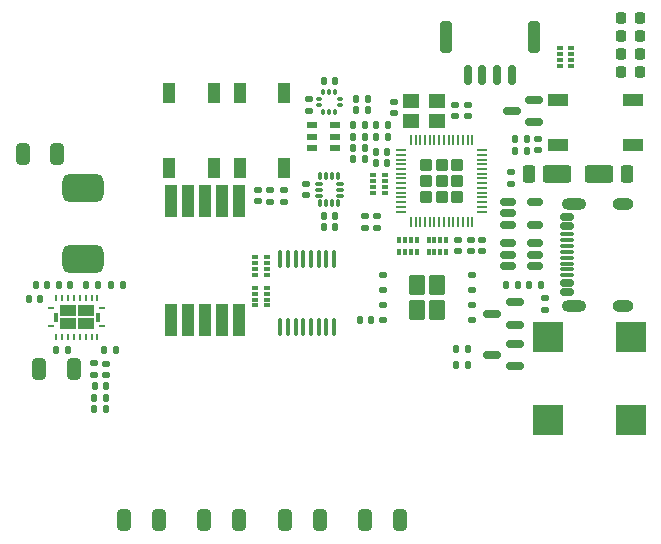
<source format=gbr>
%TF.GenerationSoftware,KiCad,Pcbnew,8.0.6-8.0.6-0~ubuntu20.04.1*%
%TF.CreationDate,2024-12-12T22:35:04+05:00*%
%TF.ProjectId,EpsilonAnomalain,45707369-6c6f-46e4-916e-6f6d616c6169,rev?*%
%TF.SameCoordinates,Original*%
%TF.FileFunction,Paste,Top*%
%TF.FilePolarity,Positive*%
%FSLAX46Y46*%
G04 Gerber Fmt 4.6, Leading zero omitted, Abs format (unit mm)*
G04 Created by KiCad (PCBNEW 8.0.6-8.0.6-0~ubuntu20.04.1) date 2024-12-12 22:35:04*
%MOMM*%
%LPD*%
G01*
G04 APERTURE LIST*
G04 Aperture macros list*
%AMRoundRect*
0 Rectangle with rounded corners*
0 $1 Rounding radius*
0 $2 $3 $4 $5 $6 $7 $8 $9 X,Y pos of 4 corners*
0 Add a 4 corners polygon primitive as box body*
4,1,4,$2,$3,$4,$5,$6,$7,$8,$9,$2,$3,0*
0 Add four circle primitives for the rounded corners*
1,1,$1+$1,$2,$3*
1,1,$1+$1,$4,$5*
1,1,$1+$1,$6,$7*
1,1,$1+$1,$8,$9*
0 Add four rect primitives between the rounded corners*
20,1,$1+$1,$2,$3,$4,$5,0*
20,1,$1+$1,$4,$5,$6,$7,0*
20,1,$1+$1,$6,$7,$8,$9,0*
20,1,$1+$1,$8,$9,$2,$3,0*%
G04 Aperture macros list end*
%ADD10C,0.000000*%
%ADD11R,0.500000X0.400000*%
%ADD12R,0.500000X0.300000*%
%ADD13RoundRect,0.218750X0.218750X0.256250X-0.218750X0.256250X-0.218750X-0.256250X0.218750X-0.256250X0*%
%ADD14RoundRect,0.140000X0.170000X-0.140000X0.170000X0.140000X-0.170000X0.140000X-0.170000X-0.140000X0*%
%ADD15RoundRect,0.250000X-0.285000X-0.285000X0.285000X-0.285000X0.285000X0.285000X-0.285000X0.285000X0*%
%ADD16RoundRect,0.050000X-0.350000X-0.050000X0.350000X-0.050000X0.350000X0.050000X-0.350000X0.050000X0*%
%ADD17RoundRect,0.050000X-0.050000X-0.350000X0.050000X-0.350000X0.050000X0.350000X-0.050000X0.350000X0*%
%ADD18R,0.400000X0.500000*%
%ADD19R,0.300000X0.500000*%
%ADD20RoundRect,0.250000X0.950000X0.500000X-0.950000X0.500000X-0.950000X-0.500000X0.950000X-0.500000X0*%
%ADD21RoundRect,0.250000X0.275000X0.500000X-0.275000X0.500000X-0.275000X-0.500000X0.275000X-0.500000X0*%
%ADD22RoundRect,0.135000X0.185000X-0.135000X0.185000X0.135000X-0.185000X0.135000X-0.185000X-0.135000X0*%
%ADD23RoundRect,0.140000X-0.170000X0.140000X-0.170000X-0.140000X0.170000X-0.140000X0.170000X0.140000X0*%
%ADD24RoundRect,0.587500X-1.162500X0.587500X-1.162500X-0.587500X1.162500X-0.587500X1.162500X0.587500X0*%
%ADD25RoundRect,0.135000X-0.185000X0.135000X-0.185000X-0.135000X0.185000X-0.135000X0.185000X0.135000X0*%
%ADD26RoundRect,0.250000X0.325000X0.650000X-0.325000X0.650000X-0.325000X-0.650000X0.325000X-0.650000X0*%
%ADD27RoundRect,0.250000X-0.325000X-0.650000X0.325000X-0.650000X0.325000X0.650000X-0.325000X0.650000X0*%
%ADD28RoundRect,0.150000X-0.512500X-0.150000X0.512500X-0.150000X0.512500X0.150000X-0.512500X0.150000X0*%
%ADD29RoundRect,0.135000X-0.135000X-0.185000X0.135000X-0.185000X0.135000X0.185000X-0.135000X0.185000X0*%
%ADD30RoundRect,0.150000X0.512500X0.150000X-0.512500X0.150000X-0.512500X-0.150000X0.512500X-0.150000X0*%
%ADD31R,1.000000X1.700000*%
%ADD32RoundRect,0.045000X0.205000X-0.105000X0.205000X0.105000X-0.205000X0.105000X-0.205000X-0.105000X0*%
%ADD33RoundRect,0.045000X0.105000X-0.205000X0.105000X0.205000X-0.105000X0.205000X-0.105000X-0.205000X0*%
%ADD34RoundRect,0.135000X0.135000X0.185000X-0.135000X0.185000X-0.135000X-0.185000X0.135000X-0.185000X0*%
%ADD35RoundRect,0.140000X0.140000X0.170000X-0.140000X0.170000X-0.140000X-0.170000X0.140000X-0.170000X0*%
%ADD36RoundRect,0.140000X-0.140000X-0.170000X0.140000X-0.170000X0.140000X0.170000X-0.140000X0.170000X0*%
%ADD37RoundRect,0.000000X0.400000X0.250000X-0.400000X0.250000X-0.400000X-0.250000X0.400000X-0.250000X0*%
%ADD38O,0.599999X0.240000*%
%ADD39O,0.240000X0.599999*%
%ADD40RoundRect,0.150000X0.587500X0.150000X-0.587500X0.150000X-0.587500X-0.150000X0.587500X-0.150000X0*%
%ADD41R,2.500000X2.500000*%
%ADD42RoundRect,0.250000X0.435000X0.615000X-0.435000X0.615000X-0.435000X-0.615000X0.435000X-0.615000X0*%
%ADD43RoundRect,0.125000X0.200000X0.125000X-0.200000X0.125000X-0.200000X-0.125000X0.200000X-0.125000X0*%
%ADD44RoundRect,0.150000X0.150000X0.700000X-0.150000X0.700000X-0.150000X-0.700000X0.150000X-0.700000X0*%
%ADD45RoundRect,0.250000X0.250000X1.100000X-0.250000X1.100000X-0.250000X-1.100000X0.250000X-1.100000X0*%
%ADD46RoundRect,0.147500X-0.147500X-0.172500X0.147500X-0.172500X0.147500X0.172500X-0.147500X0.172500X0*%
%ADD47RoundRect,0.087500X-0.087500X0.225000X-0.087500X-0.225000X0.087500X-0.225000X0.087500X0.225000X0*%
%ADD48RoundRect,0.087500X-0.225000X0.087500X-0.225000X-0.087500X0.225000X-0.087500X0.225000X0.087500X0*%
%ADD49R,1.000000X2.800000*%
%ADD50R,1.400000X1.200000*%
%ADD51RoundRect,0.250000X-0.950000X-0.500000X0.950000X-0.500000X0.950000X0.500000X-0.950000X0.500000X0*%
%ADD52RoundRect,0.250000X-0.275000X-0.500000X0.275000X-0.500000X0.275000X0.500000X-0.275000X0.500000X0*%
%ADD53RoundRect,0.150000X0.425000X-0.150000X0.425000X0.150000X-0.425000X0.150000X-0.425000X-0.150000X0*%
%ADD54RoundRect,0.075000X0.500000X-0.075000X0.500000X0.075000X-0.500000X0.075000X-0.500000X-0.075000X0*%
%ADD55O,2.100000X1.000000*%
%ADD56O,1.800000X1.000000*%
%ADD57RoundRect,0.100000X-0.100000X0.637500X-0.100000X-0.637500X0.100000X-0.637500X0.100000X0.637500X0*%
%ADD58R,1.700000X1.000000*%
G04 APERTURE END LIST*
D10*
%TO.C,U2*%
G36*
X232492001Y-110190003D02*
G01*
X232195002Y-110190003D01*
X232195002Y-109410002D01*
X232492001Y-109410002D01*
X232492001Y-110190003D01*
G37*
G36*
X234020002Y-110816921D02*
G01*
X232692001Y-110816921D01*
X232692001Y-109899920D01*
X234020002Y-109899920D01*
X234020002Y-110816921D01*
G37*
G36*
X234020002Y-109699920D02*
G01*
X232692001Y-109699920D01*
X232692001Y-108782919D01*
X234020002Y-108782919D01*
X234020002Y-109699920D01*
G37*
G36*
X235548000Y-110816921D02*
G01*
X234219999Y-110816921D01*
X234219999Y-109899920D01*
X235548000Y-109899920D01*
X235548000Y-110816921D01*
G37*
G36*
X235548000Y-109699920D02*
G01*
X234219999Y-109699920D01*
X234219999Y-108782919D01*
X235548000Y-108782919D01*
X235548000Y-109699920D01*
G37*
G36*
X236044999Y-110190003D02*
G01*
X235747999Y-110190003D01*
X235747999Y-109410002D01*
X236044999Y-109410002D01*
X236044999Y-110190003D01*
G37*
%TD*%
D11*
%TO.C,RN2*%
X276000000Y-88500000D03*
D12*
X276000000Y-88000000D03*
X276000000Y-87500000D03*
D11*
X276000000Y-87000000D03*
X275000000Y-87000000D03*
D12*
X275000000Y-87500000D03*
X275000000Y-88000000D03*
D11*
X275000000Y-88500000D03*
%TD*%
D13*
%TO.C,D8*%
X281787500Y-89000000D03*
X280212500Y-89000000D03*
%TD*%
D14*
%TO.C,C25*%
X253752500Y-92307424D03*
X253752500Y-91347424D03*
%TD*%
D15*
%TO.C,U4*%
X263670000Y-96920000D03*
X263670000Y-98250000D03*
X263670000Y-99580000D03*
X265000000Y-96920000D03*
X265000000Y-98250000D03*
X265000000Y-99580000D03*
X266330000Y-96920000D03*
X266330000Y-98250000D03*
X266330000Y-99580000D03*
D16*
X261550000Y-95650000D03*
X261550000Y-96050000D03*
X261550000Y-96450000D03*
X261550000Y-96850000D03*
X261550000Y-97250000D03*
X261550000Y-97650000D03*
X261550000Y-98050000D03*
X261550000Y-98450000D03*
X261550000Y-98850000D03*
X261550000Y-99250000D03*
X261550000Y-99650000D03*
X261550000Y-100050000D03*
X261550000Y-100450000D03*
X261550000Y-100850000D03*
D17*
X262400000Y-101700000D03*
X262800000Y-101700000D03*
X263200000Y-101700000D03*
X263600000Y-101700000D03*
X264000000Y-101700000D03*
X264400000Y-101700000D03*
X264800000Y-101700000D03*
X265200000Y-101700000D03*
X265600000Y-101700000D03*
X266000000Y-101700000D03*
X266400000Y-101700000D03*
X266800000Y-101700000D03*
X267200000Y-101700000D03*
X267600000Y-101700000D03*
D16*
X268450000Y-100850000D03*
X268450000Y-100450000D03*
X268450000Y-100050000D03*
X268450000Y-99650000D03*
X268450000Y-99250000D03*
X268450000Y-98850000D03*
X268450000Y-98450000D03*
X268450000Y-98050000D03*
X268450000Y-97650000D03*
X268450000Y-97250000D03*
X268450000Y-96850000D03*
X268450000Y-96450000D03*
X268450000Y-96050000D03*
X268450000Y-95650000D03*
D17*
X267600000Y-94800000D03*
X267200000Y-94800000D03*
X266800000Y-94800000D03*
X266400000Y-94800000D03*
X266000000Y-94800000D03*
X265600000Y-94800000D03*
X265200000Y-94800000D03*
X264800000Y-94800000D03*
X264400000Y-94800000D03*
X264000000Y-94800000D03*
X263600000Y-94800000D03*
X263200000Y-94800000D03*
X262800000Y-94800000D03*
X262400000Y-94800000D03*
%TD*%
D18*
%TO.C,RN6*%
X263900000Y-104250000D03*
D19*
X264400000Y-104250000D03*
X264900000Y-104250000D03*
D18*
X265400000Y-104250000D03*
X265400000Y-103250000D03*
D19*
X264900000Y-103250000D03*
X264400000Y-103250000D03*
D18*
X263900000Y-103250000D03*
%TD*%
D20*
%TO.C,D2*%
X278300000Y-97700000D03*
D21*
X280675000Y-97700000D03*
%TD*%
D22*
%TO.C,R16*%
X251700000Y-100010000D03*
X251700000Y-98990000D03*
%TD*%
D23*
%TO.C,C33*%
X249500000Y-99020000D03*
X249500000Y-99980000D03*
%TD*%
D24*
%TO.C,L2*%
X234644924Y-98850000D03*
X234644924Y-104900000D03*
%TD*%
D25*
%TO.C,R19*%
X258500000Y-101190000D03*
X258500000Y-102210000D03*
%TD*%
D26*
%TO.C,C9*%
X232475000Y-96000000D03*
X229525000Y-96000000D03*
%TD*%
D27*
%TO.C,C29*%
X244925000Y-127000000D03*
X247875000Y-127000000D03*
%TD*%
D23*
%TO.C,C24*%
X253500000Y-98510000D03*
X253500000Y-99470000D03*
%TD*%
D28*
%TO.C,U1*%
X270612500Y-100050000D03*
X270612500Y-101000000D03*
X270612500Y-101950000D03*
X272887500Y-101950000D03*
X272887500Y-100050000D03*
%TD*%
D29*
%TO.C,R7*%
X236390000Y-112600000D03*
X237410000Y-112600000D03*
%TD*%
D27*
%TO.C,C30*%
X251725000Y-127000000D03*
X254675000Y-127000000D03*
%TD*%
D30*
%TO.C,U3*%
X272887500Y-105450000D03*
X272887500Y-104500000D03*
X272887500Y-103550000D03*
X270612500Y-103550000D03*
X270612500Y-104500000D03*
X270612500Y-105450000D03*
%TD*%
D31*
%TO.C,SW3*%
X247900000Y-97150000D03*
X247900000Y-90850000D03*
X251700000Y-97150000D03*
X251700000Y-90850000D03*
%TD*%
D32*
%TO.C,U7*%
X254629000Y-91312500D03*
X254629000Y-91812500D03*
D33*
X255000000Y-92431500D03*
X255500000Y-92431500D03*
X256000000Y-92431500D03*
D32*
X256371000Y-91812500D03*
X256371000Y-91312500D03*
D33*
X256000000Y-90693500D03*
X255500000Y-90693500D03*
X255000000Y-90693500D03*
%TD*%
D22*
%TO.C,R8*%
X273800000Y-109210000D03*
X273800000Y-108190000D03*
%TD*%
D34*
%TO.C,R10*%
X258500000Y-96400000D03*
X257480000Y-96400000D03*
%TD*%
D29*
%TO.C,R2*%
X234890000Y-107100000D03*
X235910000Y-107100000D03*
%TD*%
D35*
%TO.C,C13*%
X236580000Y-115650000D03*
X235620000Y-115650000D03*
%TD*%
D34*
%TO.C,R14*%
X271510000Y-107100000D03*
X270490000Y-107100000D03*
%TD*%
D14*
%TO.C,C18*%
X236620000Y-114680000D03*
X236620000Y-113720000D03*
%TD*%
D36*
%TO.C,C4*%
X257540000Y-93550000D03*
X258500000Y-93550000D03*
%TD*%
D27*
%TO.C,C26*%
X238125000Y-127000000D03*
X241075000Y-127000000D03*
%TD*%
D29*
%TO.C,R3*%
X235590000Y-116600000D03*
X236610000Y-116600000D03*
%TD*%
D36*
%TO.C,C22*%
X255020000Y-101240000D03*
X255980000Y-101240000D03*
%TD*%
D34*
%TO.C,R9*%
X273410000Y-107100000D03*
X272390000Y-107100000D03*
%TD*%
D31*
%TO.C,SW2*%
X241900000Y-97150000D03*
X241900000Y-90850000D03*
X245700000Y-97150000D03*
X245700000Y-90850000D03*
%TD*%
D29*
%TO.C,R6*%
X271180000Y-95700000D03*
X272200000Y-95700000D03*
%TD*%
D23*
%TO.C,C12*%
X273200000Y-94720000D03*
X273200000Y-95680000D03*
%TD*%
D25*
%TO.C,R5*%
X235600000Y-113690000D03*
X235600000Y-114710000D03*
%TD*%
D11*
%TO.C,RN1*%
X260200000Y-99250000D03*
D12*
X260200000Y-98750000D03*
X260200000Y-98250000D03*
D11*
X260200000Y-97750000D03*
X259200000Y-97750000D03*
D12*
X259200000Y-98250000D03*
X259200000Y-98750000D03*
D11*
X259200000Y-99250000D03*
%TD*%
D22*
%TO.C,R15*%
X250500000Y-100010000D03*
X250500000Y-98990000D03*
%TD*%
D37*
%TO.C,U6*%
X256000000Y-95500000D03*
X256000000Y-94500000D03*
X256000000Y-93500000D03*
X254000000Y-93500000D03*
X254000000Y-94500000D03*
X254000000Y-95500000D03*
%TD*%
D35*
%TO.C,C32*%
X233344924Y-112550000D03*
X232384924Y-112550000D03*
%TD*%
D13*
%TO.C,D7*%
X281787500Y-87500000D03*
X280212500Y-87500000D03*
%TD*%
D38*
%TO.C,U2*%
X236270000Y-109050000D03*
D39*
X235869919Y-108149921D03*
X235369920Y-108149921D03*
X234869919Y-108149921D03*
X234369920Y-108149921D03*
X233869921Y-108149921D03*
X233369919Y-108149921D03*
X232869920Y-108149921D03*
X232369919Y-108149921D03*
D38*
X231969998Y-109050000D03*
X231969998Y-110550002D03*
D39*
X232369919Y-111449919D03*
X232869920Y-111449919D03*
X233369919Y-111449919D03*
X233869921Y-111449919D03*
X234369920Y-111449919D03*
X234869919Y-111449919D03*
X235369920Y-111449919D03*
X235869919Y-111449919D03*
D38*
X236270000Y-110550002D03*
%TD*%
D29*
%TO.C,R1*%
X235590000Y-117600000D03*
X236610000Y-117600000D03*
%TD*%
D13*
%TO.C,D5*%
X281787500Y-84500000D03*
X280212500Y-84500000D03*
%TD*%
D23*
%TO.C,C6*%
X268450000Y-103270000D03*
X268450000Y-104230000D03*
%TD*%
%TO.C,C28*%
X266130000Y-91835076D03*
X266130000Y-92795076D03*
%TD*%
D26*
%TO.C,C14*%
X233869924Y-114200000D03*
X230919924Y-114200000D03*
%TD*%
D40*
%TO.C,Q1*%
X271187500Y-110450000D03*
X271187500Y-108550000D03*
X269312500Y-109500000D03*
%TD*%
D36*
%TO.C,C21*%
X255042500Y-89827424D03*
X256002500Y-89827424D03*
%TD*%
%TO.C,C23*%
X255020000Y-102190000D03*
X255980000Y-102190000D03*
%TD*%
%TO.C,C1*%
X232590000Y-107100000D03*
X233550000Y-107100000D03*
%TD*%
D40*
%TO.C,D3*%
X272800000Y-93300000D03*
X272800000Y-91400000D03*
X270925000Y-92350000D03*
%TD*%
D14*
%TO.C,C16*%
X270900000Y-98500000D03*
X270900000Y-97540000D03*
%TD*%
D29*
%TO.C,R4*%
X271180000Y-94700000D03*
X272200000Y-94700000D03*
%TD*%
D41*
%TO.C,BZ1*%
X274000000Y-111500000D03*
X274000000Y-118500000D03*
X281000000Y-118500000D03*
X281000000Y-111500000D03*
%TD*%
D36*
%TO.C,C3*%
X257540000Y-94500000D03*
X258500000Y-94500000D03*
%TD*%
D42*
%TO.C,U10*%
X264650000Y-109210000D03*
X264650000Y-107060000D03*
X262950000Y-109210000D03*
X262950000Y-107060000D03*
D43*
X267550000Y-110040000D03*
X267550000Y-108770000D03*
X267550000Y-107500000D03*
X267550000Y-106230000D03*
X260050000Y-106230000D03*
X260050000Y-107500000D03*
X260050000Y-108770000D03*
X260050000Y-110040000D03*
%TD*%
D40*
%TO.C,D4*%
X271187500Y-113950000D03*
X271187500Y-112050000D03*
X269312500Y-113000000D03*
%TD*%
D36*
%TO.C,C20*%
X230040000Y-108220000D03*
X231000000Y-108220000D03*
%TD*%
%TO.C,C2*%
X257540000Y-95450000D03*
X258500000Y-95450000D03*
%TD*%
D23*
%TO.C,C8*%
X266380000Y-103270000D03*
X266380000Y-104230000D03*
%TD*%
D44*
%TO.C,J2*%
X270950000Y-89300000D03*
X269700000Y-89300000D03*
X268450000Y-89300000D03*
X267200000Y-89300000D03*
D45*
X272800000Y-86100000D03*
X265350000Y-86100000D03*
%TD*%
D46*
%TO.C,L1*%
X259445000Y-95815076D03*
X260415000Y-95815076D03*
%TD*%
D47*
%TO.C,U5*%
X256250000Y-97837500D03*
X255750000Y-97837500D03*
X255250000Y-97837500D03*
X254750000Y-97837500D03*
D48*
X254587500Y-98500000D03*
X254587500Y-99000000D03*
X254587500Y-99500000D03*
D47*
X254750000Y-100162500D03*
X255250000Y-100162500D03*
X255750000Y-100162500D03*
X256250000Y-100162500D03*
D48*
X256412500Y-99500000D03*
X256412500Y-99000000D03*
X256412500Y-98500000D03*
%TD*%
D14*
%TO.C,C27*%
X260950000Y-92530000D03*
X260950000Y-91570000D03*
%TD*%
D35*
%TO.C,C17*%
X231595000Y-107100000D03*
X230635000Y-107100000D03*
%TD*%
D14*
%TO.C,C15*%
X267200000Y-92780000D03*
X267200000Y-91820000D03*
%TD*%
D11*
%TO.C,RN5*%
X249200000Y-107300000D03*
D12*
X249200000Y-107800000D03*
X249200000Y-108300000D03*
D11*
X249200000Y-108800000D03*
X250200000Y-108800000D03*
D12*
X250200000Y-108300000D03*
X250200000Y-107800000D03*
D11*
X250200000Y-107300000D03*
%TD*%
D49*
%TO.C,U8*%
X242120000Y-110040000D03*
X243560000Y-110030000D03*
X245000000Y-110050000D03*
X246440000Y-110040000D03*
X247880000Y-110040000D03*
X247880000Y-99940000D03*
X246440000Y-99940000D03*
X245000000Y-99950000D03*
X243560000Y-99930000D03*
X242120000Y-99940000D03*
%TD*%
D35*
%TO.C,C34*%
X259030000Y-110050000D03*
X258070000Y-110050000D03*
%TD*%
D23*
%TO.C,C7*%
X267500000Y-103270000D03*
X267500000Y-104230000D03*
%TD*%
D11*
%TO.C,RN4*%
X249200000Y-104700000D03*
D12*
X249200000Y-105200000D03*
X249200000Y-105700000D03*
D11*
X249200000Y-106200000D03*
X250200000Y-106200000D03*
D12*
X250200000Y-105700000D03*
X250200000Y-105200000D03*
D11*
X250200000Y-104700000D03*
%TD*%
D34*
%TO.C,R13*%
X267210000Y-113800000D03*
X266190000Y-113800000D03*
%TD*%
D50*
%TO.C,Y1*%
X264630000Y-91515076D03*
X262430000Y-91515076D03*
X262430000Y-93215076D03*
X264630000Y-93215076D03*
%TD*%
D51*
%TO.C,D1*%
X274780000Y-97700000D03*
D52*
X272405000Y-97700000D03*
%TD*%
D36*
%TO.C,C19*%
X237040000Y-107050000D03*
X238000000Y-107050000D03*
%TD*%
D22*
%TO.C,R18*%
X259500000Y-102210000D03*
X259500000Y-101190000D03*
%TD*%
D53*
%TO.C,J1*%
X275620000Y-107700000D03*
X275620000Y-106900000D03*
D54*
X275620000Y-105750000D03*
X275620000Y-104750000D03*
X275620000Y-104250000D03*
X275620000Y-103250000D03*
D53*
X275620000Y-102100000D03*
X275620000Y-101300000D03*
X275620000Y-101300000D03*
X275620000Y-102100000D03*
D54*
X275620000Y-102750000D03*
X275620000Y-103750000D03*
X275620000Y-105250000D03*
X275620000Y-106250000D03*
D53*
X275620000Y-106900000D03*
X275620000Y-107700000D03*
D55*
X276195000Y-108820000D03*
D56*
X280375000Y-108820000D03*
D55*
X276195000Y-100180000D03*
D56*
X280375000Y-100180000D03*
%TD*%
D36*
%TO.C,C10*%
X259470000Y-93550000D03*
X260430000Y-93550000D03*
%TD*%
D27*
%TO.C,C31*%
X258525000Y-127000000D03*
X261475000Y-127000000D03*
%TD*%
D57*
%TO.C,U9*%
X255900000Y-104887500D03*
X255250000Y-104887500D03*
X254600000Y-104887500D03*
X253950000Y-104887500D03*
X253300000Y-104887500D03*
X252650000Y-104887500D03*
X252000000Y-104887500D03*
X251350000Y-104887500D03*
X251350000Y-110612500D03*
X252000000Y-110612500D03*
X252650000Y-110612500D03*
X253300000Y-110612500D03*
X253950000Y-110612500D03*
X254600000Y-110612500D03*
X255250000Y-110612500D03*
X255900000Y-110612500D03*
%TD*%
D36*
%TO.C,C11*%
X259470000Y-94500000D03*
X260430000Y-94500000D03*
%TD*%
D58*
%TO.C,SW1*%
X274900000Y-91400000D03*
X281200000Y-91400000D03*
X274900000Y-95200000D03*
X281200000Y-95200000D03*
%TD*%
D34*
%TO.C,R11*%
X258800000Y-92290000D03*
X257780000Y-92290000D03*
%TD*%
D35*
%TO.C,C5*%
X260410000Y-96765076D03*
X259450000Y-96765076D03*
%TD*%
D18*
%TO.C,RN3*%
X262900000Y-103250000D03*
D19*
X262400000Y-103250000D03*
X261900000Y-103250000D03*
D18*
X261400000Y-103250000D03*
X261400000Y-104250000D03*
D19*
X261900000Y-104250000D03*
X262400000Y-104250000D03*
D18*
X262900000Y-104250000D03*
%TD*%
D13*
%TO.C,D6*%
X281787500Y-86000000D03*
X280212500Y-86000000D03*
%TD*%
D34*
%TO.C,R17*%
X267210000Y-112500000D03*
X266190000Y-112500000D03*
%TD*%
%TO.C,R12*%
X258810000Y-91300000D03*
X257790000Y-91300000D03*
%TD*%
M02*

</source>
